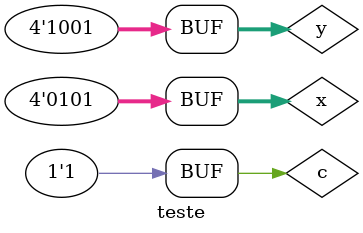
<source format=v>


   module orgate(output s, input a, input b);
	  assign s = (a|b);
	  
	endmodule // or
	
// ------------------------------
// and
// ------------------------------

   module andgate(output s, input a, input b);
	   assign s = a&b;

   endmodule // and

// ------------------------------
// not
// ------------------------------

   module notgate(output s, input a);
	   assign s = ~a;
	
	endmodule // not

// ------------------------------
// LU
// ------------------------------

   module LU(output s, input a, input b, input chave);
	
// ------------------------------ dados locais

	wire s0,s1,s2,s3,s4,nchave;

// ------------------------------ instancia

	and and1 (s0,a,b);
	or  or1  (s1,a,b);
	and and2 (s2,s0,chave);
	not not1 (nchave,chave);
	and and3 (s4,nchave,s1);
   or  or2  (s,s2,s4);
	
   endmodule // LU  

// ------------------------------
// LU4
// ------------------------------

   module LU4(output[3:0]s, input[3:0]a, input[3:0]b, input chave);
	
	LU gate1 (s[0],a[0],b[0],chave);
	LU gate2 (s[1],a[1],b[1],chave);
	LU gate3 (s[2],a[2],b[2],chave);
	LU gate4 (s[3],a[3],b[3],chave);
	
	endmodule // LU4
	
	module teste;
	
   reg [3:0]x;
	reg [3:0]y;
	reg c;
	wire [3:0]k;
	
	LU4 jujuba(k,x,y,c);
	
	//endmodule
	
	
	
initial begin:start

  
	#1 x = 4'b0000;     y = 4'b0000;    c = 0;



// ------------------------------ parte principal


	
      $display("Exemplo0032 - Isabel Bicalho Amaro - 451580\n");
		$display("Test LU's module\n");
		
		#1 x = 4'b0000;     y = 4'b0000;    c = 0;
		#1
   // projetar testes do modulo
      $monitor("a = %3b b = %3b chave = %3b s = %3b",x,y,c,k);
   
	#1 x = 4'b0101;     y = 4'b1001;
	#1 c = 1;
	end
	
endmodule // LU4

/*

    Exemplo0032 - Isabel Bicalho Amaro - 451580
    
    Test LU's module
    
    a = 0000 b = 0000 chave =   0 s = 0000
    a = 0101 b = 1001 chave =   0 s = 1101
    a = 0101 b = 1001 chave =   1 s = 0001

*/
</source>
